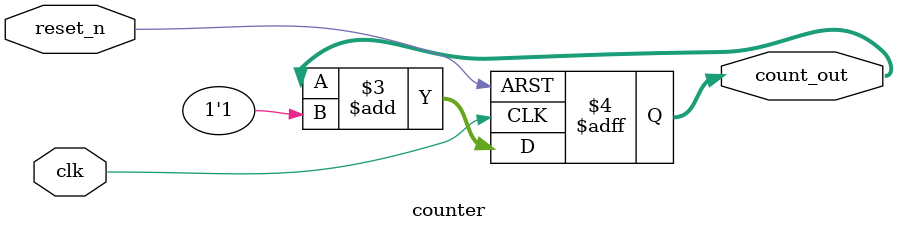
<source format=v>
module counter (
    input clk,          
    input reset_n,     
    output reg [3:0] count_out  
);


always @(posedge clk or negedge reset_n) begin
    if (!reset_n)
        count_out <= 4'b0000;  
    else
        count_out <= count_out + 1'b1;  
end

endmodule

</source>
